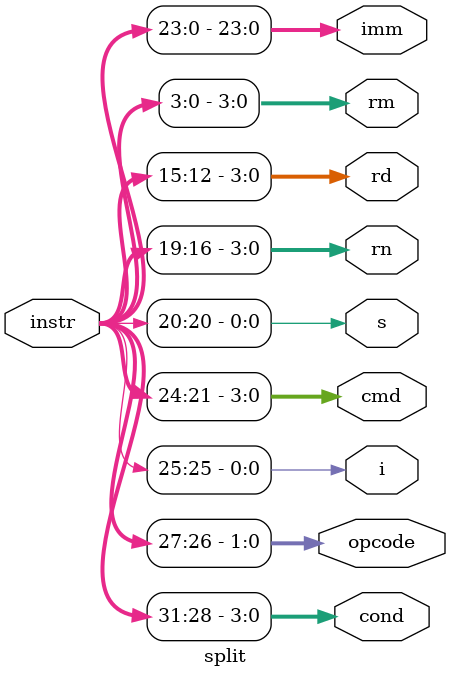
<source format=sv>
module split(
	
	input	[31:0] instr,
	
	output [3:0] cond,
	output [1:0] opcode,
	output i,
	output [3:0] cmd,
	output s,
	output [3:0] rn,
	output [3:0] rd,
	output [3:0] rm,
	output [23:0] imm
	
);

	assign cond = instr [31:28];
	assign opcode = instr [27:26];
	assign i = instr[25];
	assign cmd = instr[24:21];
	assign s = instr[20];
	assign rn = instr[19:16];
	assign rd = instr[15:12];
	assign rm = instr[3:0];
	assign imm = instr[23:0];
	
//	split splitter (instr, cond, opcode, i, cmd, s, rn, rd, rm, imm);
	
endmodule
</source>
